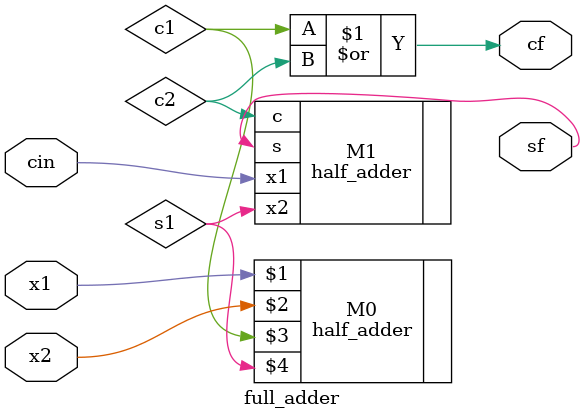
<source format=v>
module full_adder(
input x1,x2,cin,
output sf,cf);
wire s1,c1,c2;
half_adder M0(x1,x2,c1,s1);
half_adder M1(
.x1(cin),
.x2(s1),
.s(sf),
.c(c2)
);
or a1(cf,c1,c2);
endmodule

</source>
